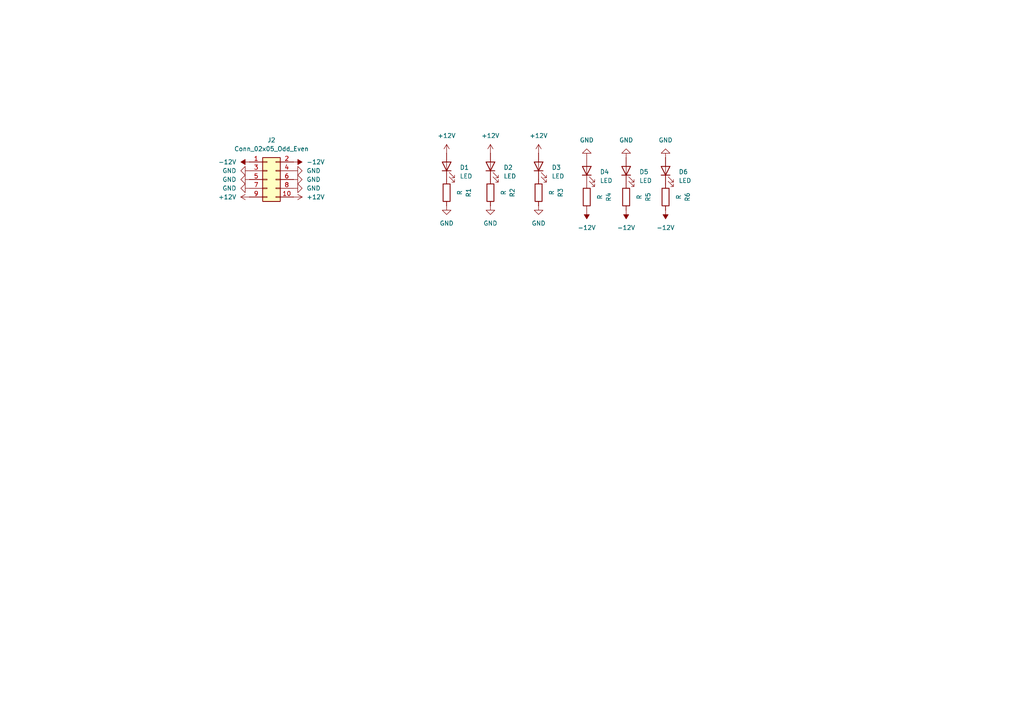
<source format=kicad_sch>
(kicad_sch (version 20250114) (generator "eeschema") (generator_version "9.0")
  (paper "A4")
  (lib_symbols
    (symbol "Connector_Generic:Conn_02x05_Odd_Even" (pin_names (offset 1.016) (hide yes))
      (property "Reference" "J" (at 1.27 7.62 0))
      (property "Value" "Conn_02x05_Odd_Even" (at 1.27 -7.62 0))
      (symbol "Conn_02x05_Odd_Even_1_1"
        (rectangle (start -1.27 6.35) (end 3.81 -6.35) (stroke (width 0.254)) (fill (type background)))
        (rectangle (start -1.27 5.207) (end 0 4.953) (stroke (width 0.1524)))
        (rectangle (start -1.27 2.667) (end 0 2.413) (stroke (width 0.1524)))
        (rectangle (start -1.27 0.127) (end 0 -0.127) (stroke (width 0.1524)))
        (rectangle (start -1.27 -2.413) (end 0 -2.667) (stroke (width 0.1524)))
        (rectangle (start -1.27 -4.953) (end 0 -5.207) (stroke (width 0.1524)))
        (rectangle (start 3.81 5.207) (end 2.54 4.953) (stroke (width 0.1524)))
        (rectangle (start 3.81 2.667) (end 2.54 2.413) (stroke (width 0.1524)))
        (rectangle (start 3.81 0.127) (end 2.54 -0.127) (stroke (width 0.1524)))
        (rectangle (start 3.81 -2.413) (end 2.54 -2.667) (stroke (width 0.1524)))
        (rectangle (start 3.81 -4.953) (end 2.54 -5.207) (stroke (width 0.1524)))
        (pin passive line (at -5.08 5.08 0) (length 3.81) (name "Pin_1") (number "1"))
        (pin passive line (at -5.08 2.54 0) (length 3.81) (name "Pin_3") (number "3"))
        (pin passive line (at -5.08 0 0) (length 3.81) (name "Pin_5") (number "5"))
        (pin passive line (at -5.08 -2.54 0) (length 3.81) (name "Pin_7") (number "7"))
        (pin passive line (at -5.08 -5.08 0) (length 3.81) (name "Pin_9") (number "9"))
        (pin passive line (at 7.62 5.08 180) (length 3.81) (name "Pin_2") (number "2"))
        (pin passive line (at 7.62 2.54 180) (length 3.81) (name "Pin_4") (number "4"))
        (pin passive line (at 7.62 0 180) (length 3.81) (name "Pin_6") (number "6"))
        (pin passive line (at 7.62 -2.54 180) (length 3.81) (name "Pin_8") (number "8"))
        (pin passive line (at 7.62 -5.08 180) (length 3.81) (name "Pin_10") (number "10"))
      )
    )
    (symbol "Device:LED" (pin_numbers (hide yes)) (pin_names (offset 1.016) (hide yes))
      (property "Reference" "D" (at 0 2.54 0))
      (property "Value" "LED" (at 0 -2.54 0))
      (symbol "LED_0_1"
        (polyline (pts (xy -3.048 -0.762) (xy -4.572 -2.286) (xy -3.81 -2.286) (xy -4.572 -2.286) (xy -4.572 -1.524)))
        (polyline (pts (xy -1.778 -0.762) (xy -3.302 -2.286) (xy -2.54 -2.286) (xy -3.302 -2.286) (xy -3.302 -1.524)))
        (polyline (pts (xy -1.27 0) (xy 1.27 0)))
        (polyline (pts (xy -1.27 -1.27) (xy -1.27 1.27)) (stroke (width 0.254)))
        (polyline (pts (xy 1.27 -1.27) (xy 1.27 1.27) (xy -1.27 0) (xy 1.27 -1.27)) (stroke (width 0.254)))
      )
      (symbol "LED_1_1"
        (pin passive line (at -3.81 0 0) (length 2.54) (name "K") (number "1"))
        (pin passive line (at 3.81 0 180) (length 2.54) (name "A") (number "2"))
      )
    )
    (symbol "Device:R" (pin_numbers (hide yes)) (pin_names (offset 0))
      (property "Reference" "R" (at 2.032 0 90))
      (property "Value" "R" (at 0 0 90))
      (symbol "R_0_1"
        (rectangle (start -1.016 -2.54) (end 1.016 2.54) (stroke (width 0.254)))
      )
      (symbol "R_1_1"
        (pin passive line (at 0 3.81 270) (length 1.27) (name "~") (number "1"))
        (pin passive line (at 0 -3.81 90) (length 1.27) (name "~") (number "2"))
      )
    )
    (symbol "power:+12V" (power) (pin_numbers (hide yes)) (pin_names (offset 0) (hide yes))
      (property "Value" "+12V" (at 0 3.556 0))
      (symbol "+12V_0_1"
        (polyline (pts (xy -0.762 1.27) (xy 0 2.54)))
        (polyline (pts (xy 0 2.54) (xy 0.762 1.27)))
        (polyline (pts (xy 0 0) (xy 0 2.54)))
      )
      (symbol "+12V_1_1"
        (pin power_in line (at 0 0 90) (length 0) (name "~") (number "1"))
      )
    )
    (symbol "power:-12V" (power) (pin_numbers (hide yes)) (pin_names (offset 0) (hide yes))
      (property "Value" "-12V" (at 0 3.556 0))
      (symbol "-12V_0_0"
        (pin power_in line (at 0 0 90) (length 0) (name "~") (number "1"))
      )
      (symbol "-12V_0_1"
        (polyline (pts (xy 0 0) (xy 0 1.27) (xy 0.762 1.27) (xy 0 2.54) (xy -0.762 1.27) (xy 0 1.27)) (fill (type outline)))
      )
    )
    (symbol "power:GND" (power) (pin_numbers (hide yes)) (pin_names (offset 0) (hide yes))
      (property "Value" "GND" (at 0 -3.81 0))
      (symbol "GND_0_1"
        (polyline (pts (xy 0 0) (xy 0 -1.27) (xy 1.27 -1.27) (xy 0 -2.54) (xy -1.27 -1.27) (xy 0 -1.27)))
      )
      (symbol "GND_1_1"
        (pin power_in line (at 0 0 270) (length 0) (name "~") (number "1"))
      )
    )
  )
  (symbol (lib_id "Device:R") (at 170.18 57.15 0) (unit 1)
    (property "Reference" "R4" (at 176.53 57.15 90))
    (property "Value" "R" (at 173.99 57.15 90))
    (property "Footprint" "Resistor_SMD:R_0603_1608Metric_Pad0.98x0.95mm_HandSolder" (effects (hide yes)))
    (property "Description" "Resistor" (effects (hide yes)))
  )
  (symbol (lib_id "power:+12V") (at 85.09 57.15 270) (unit 1)
    (property "Reference" "#PWR03" (effects (hide yes)))
    (property "Value" "+12V" (at 88.9 57.1499 90) (effects (justify left)))
    (property "Description" "Power symbol creates a global label with name \"+12V\"" (effects (hide yes)))
  )
  (symbol (lib_id "power:GND") (at 142.24 59.69 0) (unit 1)
    (property "Reference" "#PWR014" (effects (hide yes)))
    (property "Value" "GND" (at 142.24 64.77 0))
    (property "Description" "Power symbol creates a global label with name \"GND\" , ground" (effects (hide yes)))
  )
  (symbol (lib_id "power:+12V") (at 129.54 44.45 0) (unit 1)
    (property "Reference" "#PWR02" (effects (hide yes)))
    (property "Value" "+12V" (at 129.54 39.37 0))
    (property "Description" "Power symbol creates a global label with name \"+12V\"" (effects (hide yes)))
  )
  (symbol (lib_id "power:GND") (at 72.39 52.07 270) (unit 1)
    (property "Reference" "#PWR09" (effects (hide yes)))
    (property "Value" "GND" (at 68.58 52.0699 90) (effects (justify right)))
    (property "Description" "Power symbol creates a global label with name \"GND\" , ground" (effects (hide yes)))
  )
  (symbol (lib_id "power:GND") (at 193.04 45.72 180) (unit 1)
    (property "Reference" "#PWR021" (effects (hide yes)))
    (property "Value" "GND" (at 193.04 40.64 0))
    (property "Description" "Power symbol creates a global label with name \"GND\" , ground" (effects (hide yes)))
  )
  (symbol (lib_id "power:+12V") (at 142.24 44.45 0) (unit 1)
    (property "Reference" "#PWR013" (effects (hide yes)))
    (property "Value" "+12V" (at 142.24 39.37 0))
    (property "Description" "Power symbol creates a global label with name \"+12V\"" (effects (hide yes)))
  )
  (symbol (lib_id "power:GND") (at 85.09 54.61 90) (unit 1)
    (property "Reference" "#PWR05" (effects (hide yes)))
    (property "Value" "GND" (at 88.9 54.6099 90) (effects (justify right)))
    (property "Description" "Power symbol creates a global label with name \"GND\" , ground" (effects (hide yes)))
  )
  (symbol (lib_id "power:+12V") (at 156.21 44.45 0) (unit 1)
    (property "Reference" "#PWR015" (effects (hide yes)))
    (property "Value" "+12V" (at 156.21 39.37 0))
    (property "Description" "Power symbol creates a global label with name \"+12V\"" (effects (hide yes)))
  )
  (symbol (lib_id "power:-12V") (at 72.39 46.99 90) (unit 1)
    (property "Reference" "#PWR012" (effects (hide yes)))
    (property "Value" "-12V" (at 68.58 46.9899 90) (effects (justify left)))
    (property "Description" "Power symbol creates a global label with name \"-12V\"" (effects (hide yes)))
  )
  (symbol (lib_id "Connector_Generic:Conn_02x05_Odd_Even") (at 77.47 52.07 0) (unit 1)
    (property "Reference" "J2" (at 78.74 40.64 0))
    (property "Value" "Conn_02x05_Odd_Even" (at 78.74 43.18 0))
    (property "Footprint" "Connector_PinHeader_2.54mm:PinHeader_2x05_P2.54mm_Vertical_SMD" (effects (hide yes)))
    (property "Description" "Generic connector, double row, 02x05, odd/even pin numbering scheme (row 1 odd numbers, row 2 even numbers), script generated (kicad-library-utils/schlib/autogen/connector/)" (effects (hide yes)))
  )
  (symbol (lib_id "power:-12V") (at 193.04 60.96 180) (unit 1)
    (property "Reference" "#PWR022" (effects (hide yes)))
    (property "Value" "-12V" (at 193.04 66.04 0))
    (property "Description" "Power symbol creates a global label with name \"-12V\"" (effects (hide yes)))
  )
  (symbol (lib_id "Device:LED") (at 129.54 48.26 90) (unit 1)
    (property "Reference" "D1" (at 133.35 48.5774 90) (effects (justify right)))
    (property "Value" "LED" (at 133.35 51.1174 90) (effects (justify right)))
    (property "Footprint" "Eurorack:LED 1206 reverse mount with hole" (effects (hide yes)))
    (property "Description" "Light emitting diode" (effects (hide yes)))
    (property "Sim.Pins" "1=K 2=A" (effects (hide yes)))
  )
  (symbol (lib_id "Device:R") (at 193.04 57.15 0) (unit 1)
    (property "Reference" "R6" (at 199.39 57.15 90))
    (property "Value" "R" (at 196.85 57.15 90))
    (property "Footprint" "Resistor_SMD:R_0603_1608Metric_Pad0.98x0.95mm_HandSolder" (effects (hide yes)))
    (property "Description" "Resistor" (effects (hide yes)))
  )
  (symbol (lib_id "power:+12V") (at 72.39 57.15 90) (unit 1)
    (property "Reference" "#PWR04" (effects (hide yes)))
    (property "Value" "+12V" (at 68.58 57.1499 90) (effects (justify left)))
    (property "Description" "Power symbol creates a global label with name \"+12V\"" (effects (hide yes)))
  )
  (symbol (lib_id "power:GND") (at 85.09 52.07 90) (unit 1)
    (property "Reference" "#PWR06" (effects (hide yes)))
    (property "Value" "GND" (at 88.9 52.0699 90) (effects (justify right)))
    (property "Description" "Power symbol creates a global label with name \"GND\" , ground" (effects (hide yes)))
  )
  (symbol (lib_id "Device:R") (at 181.61 57.15 0) (unit 1)
    (property "Reference" "R5" (at 187.96 57.15 90))
    (property "Value" "R" (at 185.42 57.15 90))
    (property "Footprint" "Resistor_SMD:R_0603_1608Metric_Pad0.98x0.95mm_HandSolder" (effects (hide yes)))
    (property "Description" "Resistor" (effects (hide yes)))
  )
  (symbol (lib_id "Device:LED") (at 142.24 48.26 90) (unit 1)
    (property "Reference" "D2" (at 146.05 48.5774 90) (effects (justify right)))
    (property "Value" "LED" (at 146.05 51.1174 90) (effects (justify right)))
    (property "Footprint" "Eurorack:LED 1206 reverse mount with hole" (effects (hide yes)))
    (property "Description" "Light emitting diode" (effects (hide yes)))
    (property "Sim.Pins" "1=K 2=A" (effects (hide yes)))
  )
  (symbol (lib_id "Device:LED") (at 193.04 49.53 90) (unit 1)
    (property "Reference" "D6" (at 196.85 49.8474 90) (effects (justify right)))
    (property "Value" "LED" (at 196.85 52.3874 90) (effects (justify right)))
    (property "Footprint" "Eurorack:LED 1206 reverse mount with hole" (effects (hide yes)))
    (property "Description" "Light emitting diode" (effects (hide yes)))
    (property "Sim.Pins" "1=K 2=A" (effects (hide yes)))
  )
  (symbol (lib_id "Device:LED") (at 170.18 49.53 90) (unit 1)
    (property "Reference" "D4" (at 173.99 49.8474 90) (effects (justify right)))
    (property "Value" "LED" (at 173.99 52.3874 90) (effects (justify right)))
    (property "Footprint" "Eurorack:LED 1206 reverse mount with hole" (effects (hide yes)))
    (property "Description" "Light emitting diode" (effects (hide yes)))
    (property "Sim.Pins" "1=K 2=A" (effects (hide yes)))
  )
  (symbol (lib_id "power:GND") (at 156.21 59.69 0) (unit 1)
    (property "Reference" "#PWR016" (effects (hide yes)))
    (property "Value" "GND" (at 156.21 64.77 0))
    (property "Description" "Power symbol creates a global label with name \"GND\" , ground" (effects (hide yes)))
  )
  (symbol (lib_id "power:GND") (at 170.18 45.72 180) (unit 1)
    (property "Reference" "#PWR017" (effects (hide yes)))
    (property "Value" "GND" (at 170.18 40.64 0))
    (property "Description" "Power symbol creates a global label with name \"GND\" , ground" (effects (hide yes)))
  )
  (symbol (lib_id "Device:LED") (at 156.21 48.26 90) (unit 1)
    (property "Reference" "D3" (at 160.02 48.5774 90) (effects (justify right)))
    (property "Value" "LED" (at 160.02 51.1174 90) (effects (justify right)))
    (property "Footprint" "Eurorack:LED 1206 reverse mount with hole" (effects (hide yes)))
    (property "Description" "Light emitting diode" (effects (hide yes)))
    (property "Sim.Pins" "1=K 2=A" (effects (hide yes)))
  )
  (symbol (lib_id "Device:LED") (at 181.61 49.53 90) (unit 1)
    (property "Reference" "D5" (at 185.42 49.8474 90) (effects (justify right)))
    (property "Value" "LED" (at 185.42 52.3874 90) (effects (justify right)))
    (property "Footprint" "Eurorack:LED 1206 reverse mount with hole" (effects (hide yes)))
    (property "Description" "Light emitting diode" (effects (hide yes)))
    (property "Sim.Pins" "1=K 2=A" (effects (hide yes)))
  )
  (symbol (lib_id "Device:R") (at 129.54 55.88 0) (unit 1)
    (property "Reference" "R1" (at 135.89 55.88 90))
    (property "Value" "R" (at 133.35 55.88 90))
    (property "Footprint" "Resistor_SMD:R_0603_1608Metric_Pad0.98x0.95mm_HandSolder" (effects (hide yes)))
    (property "Description" "Resistor" (effects (hide yes)))
  )
  (symbol (lib_id "power:GND") (at 181.61 45.72 180) (unit 1)
    (property "Reference" "#PWR019" (effects (hide yes)))
    (property "Value" "GND" (at 181.61 40.64 0))
    (property "Description" "Power symbol creates a global label with name \"GND\" , ground" (effects (hide yes)))
  )
  (symbol (lib_id "power:-12V") (at 85.09 46.99 270) (unit 1)
    (property "Reference" "#PWR011" (effects (hide yes)))
    (property "Value" "-12V" (at 88.9 46.9899 90) (effects (justify left)))
    (property "Description" "Power symbol creates a global label with name \"-12V\"" (effects (hide yes)))
  )
  (symbol (lib_id "Device:R") (at 156.21 55.88 0) (unit 1)
    (property "Reference" "R3" (at 162.56 55.88 90))
    (property "Value" "R" (at 160.02 55.88 90))
    (property "Footprint" "Resistor_SMD:R_0603_1608Metric_Pad0.98x0.95mm_HandSolder" (effects (hide yes)))
    (property "Description" "Resistor" (effects (hide yes)))
  )
  (symbol (lib_id "power:-12V") (at 181.61 60.96 180) (unit 1)
    (property "Reference" "#PWR020" (effects (hide yes)))
    (property "Value" "-12V" (at 181.61 66.04 0))
    (property "Description" "Power symbol creates a global label with name \"-12V\"" (effects (hide yes)))
  )
  (symbol (lib_id "power:GND") (at 72.39 54.61 270) (unit 1)
    (property "Reference" "#PWR08" (effects (hide yes)))
    (property "Value" "GND" (at 68.58 54.6099 90) (effects (justify right)))
    (property "Description" "Power symbol creates a global label with name \"GND\" , ground" (effects (hide yes)))
  )
  (symbol (lib_id "power:GND") (at 129.54 59.69 0) (unit 1)
    (property "Reference" "#PWR01" (effects (hide yes)))
    (property "Value" "GND" (at 129.54 64.77 0))
    (property "Description" "Power symbol creates a global label with name \"GND\" , ground" (effects (hide yes)))
  )
  (symbol (lib_id "power:GND") (at 72.39 49.53 270) (unit 1)
    (property "Reference" "#PWR010" (effects (hide yes)))
    (property "Value" "GND" (at 68.58 49.5299 90) (effects (justify right)))
    (property "Description" "Power symbol creates a global label with name \"GND\" , ground" (effects (hide yes)))
  )
  (symbol (lib_id "power:-12V") (at 170.18 60.96 180) (unit 1)
    (property "Reference" "#PWR018" (effects (hide yes)))
    (property "Value" "-12V" (at 170.18 66.04 0))
    (property "Description" "Power symbol creates a global label with name \"-12V\"" (effects (hide yes)))
  )
  (symbol (lib_id "power:GND") (at 85.09 49.53 90) (unit 1)
    (property "Reference" "#PWR07" (effects (hide yes)))
    (property "Value" "GND" (at 88.9 49.5299 90) (effects (justify right)))
    (property "Description" "Power symbol creates a global label with name \"GND\" , ground" (effects (hide yes)))
  )
  (symbol (lib_id "Device:R") (at 142.24 55.88 0) (unit 1)
    (property "Reference" "R2" (at 148.59 55.88 90))
    (property "Value" "R" (at 146.05 55.88 90))
    (property "Footprint" "Resistor_SMD:R_0603_1608Metric_Pad0.98x0.95mm_HandSolder" (effects (hide yes)))
    (property "Description" "Resistor" (effects (hide yes)))
  )
)
</source>
